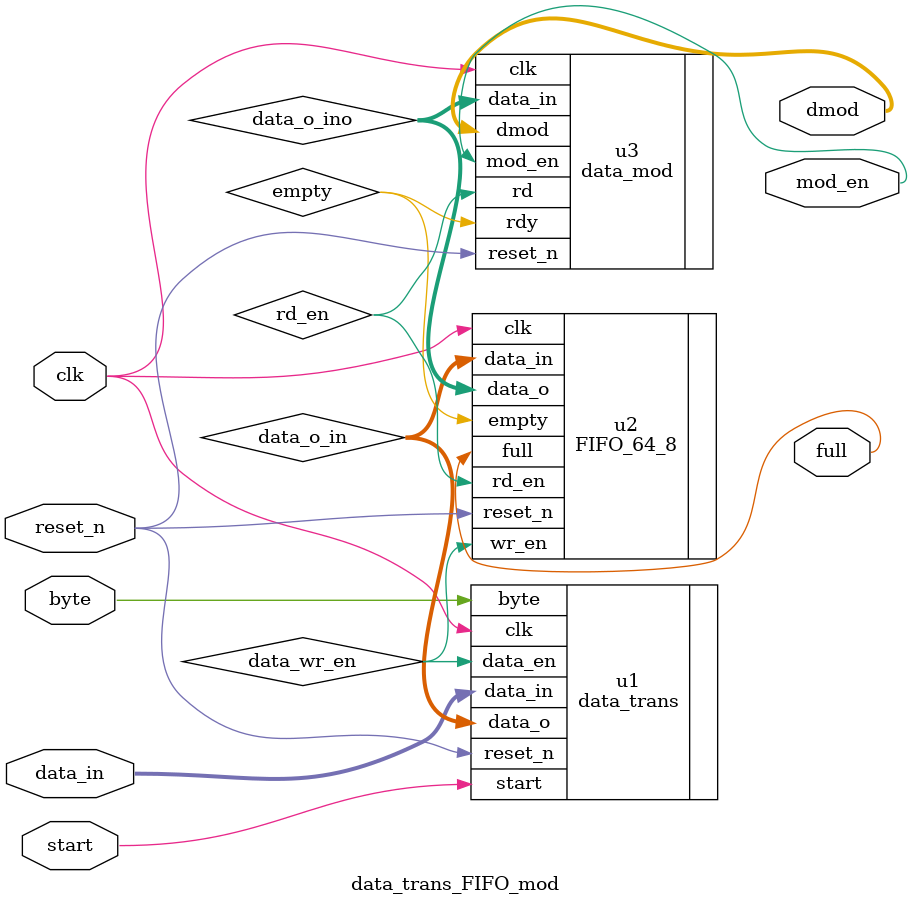
<source format=v>
`timescale 1ns/1ps
module data_trans_FIFO_mod(
     input wire reset_n, start, clk, byte,
     input wire [7 : 0] data_in,
     output wire full, 
     output wire [4:0] dmod,
     output wire       mod_en
);
 wire [7 : 0] data_o_in;
 wire data_wr_en;
 wire [7 : 0] data_o_ino;
 wire empty;
 wire rd_en;

data_trans u1(.reset_n(reset_n),.start(start),.clk(clk),.byte(byte),.data_in(data_in),.data_o(data_o_in),.data_en(data_wr_en));
FIFO_64_8 u2(.clk(clk), .reset_n(reset_n),.data_in(data_o_in), .rd_en(rd_en), .wr_en(data_wr_en) ,.data_o(data_o_ino), .empty(empty), .full(full));
data_mod u3(.clk(clk), .reset_n(reset_n), .rdy(empty), .data_in(data_o_ino), .dmod(dmod), .mod_en(mod_en), .rd(rd_en));

endmodule
</source>
